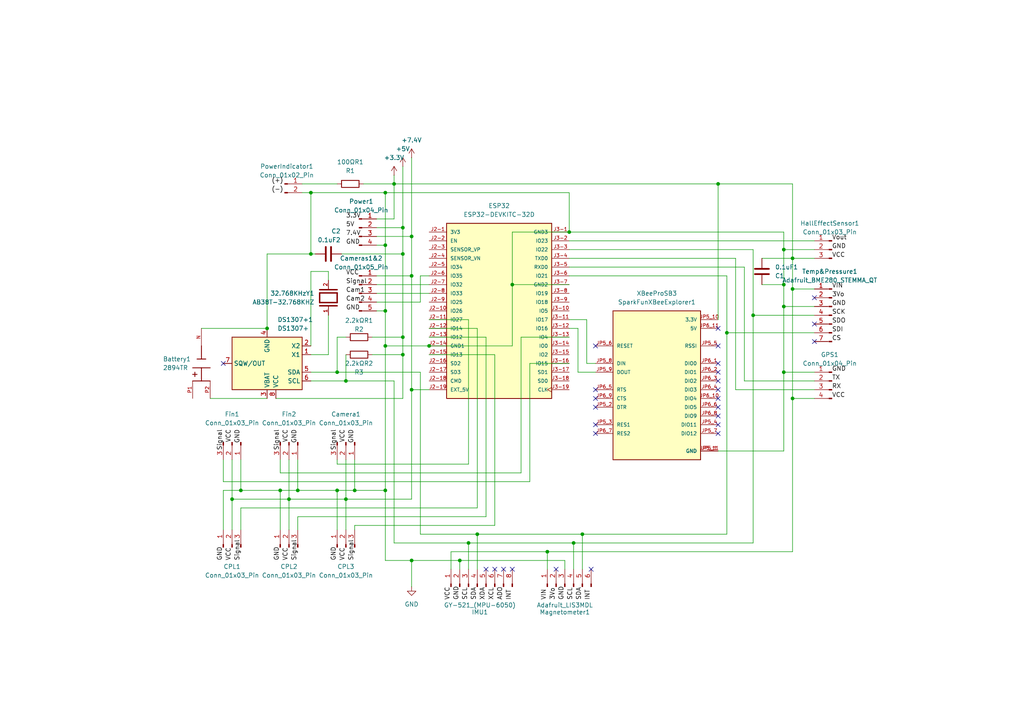
<source format=kicad_sch>
(kicad_sch (version 20231120) (generator "eeschema") (generator_version "8.0")
  (paper "A4")
  (lib_symbols
    (symbol "2894TR:2894TR" (pin_names (offset 1.016))
      (property "Reference" "BT" (at -3.81 3.81 0))
      (property "Value" "2894TR" (at -3.81 -5.08 0))
      (symbol "2894TR_0_0"
        (polyline (pts (xy -5.08 -2.54) (xy -5.08 0)) (stroke (width 0.254)))
        (polyline (pts (xy -5.08 0) (xy -5.08 2.54)) (stroke (width 0.254)))
        (polyline (pts (xy -3.81 1.905) (xy -2.54 1.905)) (stroke (width 0.254)))
        (polyline (pts (xy -3.175 2.54) (xy -3.175 1.27)) (stroke (width 0.254)))
        (polyline (pts (xy -1.27 0) (xy -5.08 0)) (stroke (width 0.254)))
        (polyline (pts (xy -1.27 0) (xy -1.27 -2.54)) (stroke (width 0.254)))
        (polyline (pts (xy -1.27 2.54) (xy -1.27 0)) (stroke (width 0.254)))
        (polyline (pts (xy 1.27 0) (xy 1.27 -1.27)) (stroke (width 0.254)))
        (polyline (pts (xy 1.27 0) (xy 5.08 0)) (stroke (width 0.254)))
        (polyline (pts (xy 1.27 1.27) (xy 1.27 0)) (stroke (width 0.254)))
        (pin passive line (at 10.16 0 180) (length 5.08) (name "~") (number "N"))
        (pin passive line (at -10.16 2.54 0) (length 5.08) (name "~") (number "P1"))
        (pin passive line (at -10.16 -2.54 0) (length 5.08) (name "~") (number "P2"))
      )
    )
    (symbol "AB38T-32.768KHZ:AB38T-32.768KHZ" (pin_names (offset 1.016))
      (property "Reference" "Y" (at -5.0878 3.8159 0))
      (property "Value" "AB38T-32.768KHZ" (at -5.0944 -5.0944 0))
      (symbol "AB38T-32.768KHZ_0_0"
        (polyline (pts (xy -2.3368 2.54) (xy -2.3368 -2.54)) (stroke (width 0.4064)))
        (polyline (pts (xy -1.397 2.54) (xy -1.397 -2.54)) (stroke (width 0.4064)))
        (polyline (pts (xy -1.397 2.54) (xy 1.397 2.54)) (stroke (width 0.4064)))
        (polyline (pts (xy 1.397 -2.54) (xy -1.397 -2.54)) (stroke (width 0.4064)))
        (polyline (pts (xy 1.397 2.54) (xy 1.397 -2.54)) (stroke (width 0.4064)))
        (polyline (pts (xy 2.3368 2.54) (xy 2.3368 -2.54)) (stroke (width 0.4064)))
        (pin passive line (at -5.08 0 0) (length 2.54) (name "~") (number "1"))
        (pin passive line (at 5.08 0 180) (length 2.54) (name "~") (number "2"))
      )
    )
    (symbol "Connector:Conn_01x02_Pin" (pin_names (offset 1.016) hide)
      (property "Reference" "J" (at 0 2.54 0))
      (property "Value" "Conn_01x02_Pin" (at 0 -5.08 0))
      (symbol "Conn_01x02_Pin_1_1"
        (polyline (pts (xy 1.27 -2.54) (xy 0.8636 -2.54)) (stroke (width 0.1524)))
        (polyline (pts (xy 1.27 0) (xy 0.8636 0)) (stroke (width 0.1524)))
        (rectangle (start 0.8636 -2.413) (end 0 -2.667) (stroke (width 0.1524)) (fill (type outline)))
        (rectangle (start 0.8636 0.127) (end 0 -0.127) (stroke (width 0.1524)) (fill (type outline)))
        (pin passive line (at 5.08 0 180) (length 3.81) (name "Pin_1") (number "1"))
        (pin passive line (at 5.08 -2.54 180) (length 3.81) (name "Pin_2") (number "2"))
      )
    )
    (symbol "Connector:Conn_01x03_Pin" (pin_names (offset 1.016) hide)
      (property "Reference" "J" (at 0 5.08 0))
      (property "Value" "Conn_01x03_Pin" (at 0 -5.08 0))
      (symbol "Conn_01x03_Pin_1_1"
        (polyline (pts (xy 1.27 -2.54) (xy 0.8636 -2.54)) (stroke (width 0.1524)))
        (polyline (pts (xy 1.27 0) (xy 0.8636 0)) (stroke (width 0.1524)))
        (polyline (pts (xy 1.27 2.54) (xy 0.8636 2.54)) (stroke (width 0.1524)))
        (rectangle (start 0.8636 -2.413) (end 0 -2.667) (stroke (width 0.1524)) (fill (type outline)))
        (rectangle (start 0.8636 0.127) (end 0 -0.127) (stroke (width 0.1524)) (fill (type outline)))
        (rectangle (start 0.8636 2.667) (end 0 2.413) (stroke (width 0.1524)) (fill (type outline)))
        (pin passive line (at 5.08 2.54 180) (length 3.81) (name "Pin_1") (number "1"))
        (pin passive line (at 5.08 0 180) (length 3.81) (name "Pin_2") (number "2"))
        (pin passive line (at 5.08 -2.54 180) (length 3.81) (name "Pin_3") (number "3"))
      )
    )
    (symbol "Connector:Conn_01x04_Pin" (pin_names (offset 1.016) hide)
      (property "Reference" "J" (at 0 5.08 0))
      (property "Value" "Conn_01x04_Pin" (at 0 -7.62 0))
      (symbol "Conn_01x04_Pin_1_1"
        (polyline (pts (xy 1.27 -5.08) (xy 0.8636 -5.08)) (stroke (width 0.1524)))
        (polyline (pts (xy 1.27 -2.54) (xy 0.8636 -2.54)) (stroke (width 0.1524)))
        (polyline (pts (xy 1.27 0) (xy 0.8636 0)) (stroke (width 0.1524)))
        (polyline (pts (xy 1.27 2.54) (xy 0.8636 2.54)) (stroke (width 0.1524)))
        (rectangle (start 0.8636 -4.953) (end 0 -5.207) (stroke (width 0.1524)) (fill (type outline)))
        (rectangle (start 0.8636 -2.413) (end 0 -2.667) (stroke (width 0.1524)) (fill (type outline)))
        (rectangle (start 0.8636 0.127) (end 0 -0.127) (stroke (width 0.1524)) (fill (type outline)))
        (rectangle (start 0.8636 2.667) (end 0 2.413) (stroke (width 0.1524)) (fill (type outline)))
        (pin passive line (at 5.08 2.54 180) (length 3.81) (name "Pin_1") (number "1"))
        (pin passive line (at 5.08 0 180) (length 3.81) (name "Pin_2") (number "2"))
        (pin passive line (at 5.08 -2.54 180) (length 3.81) (name "Pin_3") (number "3"))
        (pin passive line (at 5.08 -5.08 180) (length 3.81) (name "Pin_4") (number "4"))
      )
    )
    (symbol "Connector:Conn_01x05_Pin" (pin_names (offset 1.016) hide)
      (property "Reference" "J" (at 0 7.62 0))
      (property "Value" "Conn_01x05_Pin" (at 0 -7.62 0))
      (symbol "Conn_01x05_Pin_1_1"
        (polyline (pts (xy 1.27 -5.08) (xy 0.8636 -5.08)) (stroke (width 0.1524)))
        (polyline (pts (xy 1.27 -2.54) (xy 0.8636 -2.54)) (stroke (width 0.1524)))
        (polyline (pts (xy 1.27 0) (xy 0.8636 0)) (stroke (width 0.1524)))
        (polyline (pts (xy 1.27 2.54) (xy 0.8636 2.54)) (stroke (width 0.1524)))
        (polyline (pts (xy 1.27 5.08) (xy 0.8636 5.08)) (stroke (width 0.1524)))
        (rectangle (start 0.8636 -4.953) (end 0 -5.207) (stroke (width 0.1524)) (fill (type outline)))
        (rectangle (start 0.8636 -2.413) (end 0 -2.667) (stroke (width 0.1524)) (fill (type outline)))
        (rectangle (start 0.8636 0.127) (end 0 -0.127) (stroke (width 0.1524)) (fill (type outline)))
        (rectangle (start 0.8636 2.667) (end 0 2.413) (stroke (width 0.1524)) (fill (type outline)))
        (rectangle (start 0.8636 5.207) (end 0 4.953) (stroke (width 0.1524)) (fill (type outline)))
        (pin passive line (at 5.08 5.08 180) (length 3.81) (name "Pin_1") (number "1"))
        (pin passive line (at 5.08 2.54 180) (length 3.81) (name "Pin_2") (number "2"))
        (pin passive line (at 5.08 0 180) (length 3.81) (name "Pin_3") (number "3"))
        (pin passive line (at 5.08 -2.54 180) (length 3.81) (name "Pin_4") (number "4"))
        (pin passive line (at 5.08 -5.08 180) (length 3.81) (name "Pin_5") (number "5"))
      )
    )
    (symbol "Connector:Conn_01x06_Pin" (pin_names (offset 1.016) hide)
      (property "Reference" "J" (at 0 7.62 0))
      (property "Value" "Conn_01x06_Pin" (at 0 -10.16 0))
      (symbol "Conn_01x06_Pin_1_1"
        (polyline (pts (xy 1.27 -7.62) (xy 0.8636 -7.62)) (stroke (width 0.1524)))
        (polyline (pts (xy 1.27 -5.08) (xy 0.8636 -5.08)) (stroke (width 0.1524)))
        (polyline (pts (xy 1.27 -2.54) (xy 0.8636 -2.54)) (stroke (width 0.1524)))
        (polyline (pts (xy 1.27 0) (xy 0.8636 0)) (stroke (width 0.1524)))
        (polyline (pts (xy 1.27 2.54) (xy 0.8636 2.54)) (stroke (width 0.1524)))
        (polyline (pts (xy 1.27 5.08) (xy 0.8636 5.08)) (stroke (width 0.1524)))
        (rectangle (start 0.8636 -7.493) (end 0 -7.747) (stroke (width 0.1524)) (fill (type outline)))
        (rectangle (start 0.8636 -4.953) (end 0 -5.207) (stroke (width 0.1524)) (fill (type outline)))
        (rectangle (start 0.8636 -2.413) (end 0 -2.667) (stroke (width 0.1524)) (fill (type outline)))
        (rectangle (start 0.8636 0.127) (end 0 -0.127) (stroke (width 0.1524)) (fill (type outline)))
        (rectangle (start 0.8636 2.667) (end 0 2.413) (stroke (width 0.1524)) (fill (type outline)))
        (rectangle (start 0.8636 5.207) (end 0 4.953) (stroke (width 0.1524)) (fill (type outline)))
        (pin passive line (at 5.08 5.08 180) (length 3.81) (name "Pin_1") (number "1"))
        (pin passive line (at 5.08 2.54 180) (length 3.81) (name "Pin_2") (number "2"))
        (pin passive line (at 5.08 0 180) (length 3.81) (name "Pin_3") (number "3"))
        (pin passive line (at 5.08 -2.54 180) (length 3.81) (name "Pin_4") (number "4"))
        (pin passive line (at 5.08 -5.08 180) (length 3.81) (name "Pin_5") (number "5"))
        (pin passive line (at 5.08 -7.62 180) (length 3.81) (name "Pin_6") (number "6"))
      )
    )
    (symbol "Connector:Conn_01x07_Pin" (pin_names (offset 1.016) hide)
      (property "Reference" "J" (at 0 10.16 0))
      (property "Value" "Conn_01x07_Pin" (at 0 -10.16 0))
      (symbol "Conn_01x07_Pin_1_1"
        (polyline (pts (xy 1.27 -7.62) (xy 0.8636 -7.62)) (stroke (width 0.1524)))
        (polyline (pts (xy 1.27 -5.08) (xy 0.8636 -5.08)) (stroke (width 0.1524)))
        (polyline (pts (xy 1.27 -2.54) (xy 0.8636 -2.54)) (stroke (width 0.1524)))
        (polyline (pts (xy 1.27 0) (xy 0.8636 0)) (stroke (width 0.1524)))
        (polyline (pts (xy 1.27 2.54) (xy 0.8636 2.54)) (stroke (width 0.1524)))
        (polyline (pts (xy 1.27 5.08) (xy 0.8636 5.08)) (stroke (width 0.1524)))
        (polyline (pts (xy 1.27 7.62) (xy 0.8636 7.62)) (stroke (width 0.1524)))
        (rectangle (start 0.8636 -7.493) (end 0 -7.747) (stroke (width 0.1524)) (fill (type outline)))
        (rectangle (start 0.8636 -4.953) (end 0 -5.207) (stroke (width 0.1524)) (fill (type outline)))
        (rectangle (start 0.8636 -2.413) (end 0 -2.667) (stroke (width 0.1524)) (fill (type outline)))
        (rectangle (start 0.8636 0.127) (end 0 -0.127) (stroke (width 0.1524)) (fill (type outline)))
        (rectangle (start 0.8636 2.667) (end 0 2.413) (stroke (width 0.1524)) (fill (type outline)))
        (rectangle (start 0.8636 5.207) (end 0 4.953) (stroke (width 0.1524)) (fill (type outline)))
        (rectangle (start 0.8636 7.747) (end 0 7.493) (stroke (width 0.1524)) (fill (type outline)))
        (pin passive line (at 5.08 7.62 180) (length 3.81) (name "Pin_1") (number "1"))
        (pin passive line (at 5.08 5.08 180) (length 3.81) (name "Pin_2") (number "2"))
        (pin passive line (at 5.08 2.54 180) (length 3.81) (name "Pin_3") (number "3"))
        (pin passive line (at 5.08 0 180) (length 3.81) (name "Pin_4") (number "4"))
        (pin passive line (at 5.08 -2.54 180) (length 3.81) (name "Pin_5") (number "5"))
        (pin passive line (at 5.08 -5.08 180) (length 3.81) (name "Pin_6") (number "6"))
        (pin passive line (at 5.08 -7.62 180) (length 3.81) (name "Pin_7") (number "7"))
      )
    )
    (symbol "Connector:Conn_01x08_Pin" (pin_names (offset 1.016) hide)
      (property "Reference" "J" (at 0 10.16 0))
      (property "Value" "Conn_01x08_Pin" (at 0 -12.7 0))
      (symbol "Conn_01x08_Pin_1_1"
        (polyline (pts (xy 1.27 -10.16) (xy 0.8636 -10.16)) (stroke (width 0.1524)))
        (polyline (pts (xy 1.27 -7.62) (xy 0.8636 -7.62)) (stroke (width 0.1524)))
        (polyline (pts (xy 1.27 -5.08) (xy 0.8636 -5.08)) (stroke (width 0.1524)))
        (polyline (pts (xy 1.27 -2.54) (xy 0.8636 -2.54)) (stroke (width 0.1524)))
        (polyline (pts (xy 1.27 0) (xy 0.8636 0)) (stroke (width 0.1524)))
        (polyline (pts (xy 1.27 2.54) (xy 0.8636 2.54)) (stroke (width 0.1524)))
        (polyline (pts (xy 1.27 5.08) (xy 0.8636 5.08)) (stroke (width 0.1524)))
        (polyline (pts (xy 1.27 7.62) (xy 0.8636 7.62)) (stroke (width 0.1524)))
        (rectangle (start 0.8636 -10.033) (end 0 -10.287) (stroke (width 0.1524)) (fill (type outline)))
        (rectangle (start 0.8636 -7.493) (end 0 -7.747) (stroke (width 0.1524)) (fill (type outline)))
        (rectangle (start 0.8636 -4.953) (end 0 -5.207) (stroke (width 0.1524)) (fill (type outline)))
        (rectangle (start 0.8636 -2.413) (end 0 -2.667) (stroke (width 0.1524)) (fill (type outline)))
        (rectangle (start 0.8636 0.127) (end 0 -0.127) (stroke (width 0.1524)) (fill (type outline)))
        (rectangle (start 0.8636 2.667) (end 0 2.413) (stroke (width 0.1524)) (fill (type outline)))
        (rectangle (start 0.8636 5.207) (end 0 4.953) (stroke (width 0.1524)) (fill (type outline)))
        (rectangle (start 0.8636 7.747) (end 0 7.493) (stroke (width 0.1524)) (fill (type outline)))
        (pin passive line (at 5.08 7.62 180) (length 3.81) (name "Pin_1") (number "1"))
        (pin passive line (at 5.08 5.08 180) (length 3.81) (name "Pin_2") (number "2"))
        (pin passive line (at 5.08 2.54 180) (length 3.81) (name "Pin_3") (number "3"))
        (pin passive line (at 5.08 0 180) (length 3.81) (name "Pin_4") (number "4"))
        (pin passive line (at 5.08 -2.54 180) (length 3.81) (name "Pin_5") (number "5"))
        (pin passive line (at 5.08 -5.08 180) (length 3.81) (name "Pin_6") (number "6"))
        (pin passive line (at 5.08 -7.62 180) (length 3.81) (name "Pin_7") (number "7"))
        (pin passive line (at 5.08 -10.16 180) (length 3.81) (name "Pin_8") (number "8"))
      )
    )
    (symbol "Device:C" (pin_numbers hide) (pin_names (offset 0.254))
      (property "Reference" "C" (at 0.635 2.54 0))
      (property "Value" "C" (at 0.635 -2.54 0))
      (symbol "C_0_1"
        (polyline (pts (xy -2.032 -0.762) (xy 2.032 -0.762)) (stroke (width 0.508)))
        (polyline (pts (xy -2.032 0.762) (xy 2.032 0.762)) (stroke (width 0.508)))
      )
      (symbol "C_1_1"
        (pin passive line (at 0 3.81 270) (length 2.794) (name "~") (number "1"))
        (pin passive line (at 0 -3.81 90) (length 2.794) (name "~") (number "2"))
      )
    )
    (symbol "Device:R" (pin_numbers hide) (pin_names (offset 0))
      (property "Reference" "R" (at 2.032 0 90))
      (property "Value" "R" (at 0 0 90))
      (symbol "R_0_1"
        (rectangle (start -1.016 -2.54) (end 1.016 2.54) (stroke (width 0.254)))
      )
      (symbol "R_1_1"
        (pin passive line (at 0 3.81 270) (length 1.27) (name "~") (number "1"))
        (pin passive line (at 0 -3.81 90) (length 1.27) (name "~") (number "2"))
      )
    )
    (symbol "ESP32-DEVKITC-32D:ESP32-DEVKITC-32D" (pin_names (offset 1.016))
      (property "Reference" "U" (at -15.2572 26.0643 0))
      (property "Value" "ESP32-DEVKITC-32D" (at -15.2563 -27.9698 0))
      (symbol "ESP32-DEVKITC-32D_0_0"
        (rectangle (start -15.24 -25.4) (end 15.24 25.4) (stroke (width 0.254)) (fill (type background)))
        (pin power_in line (at -20.32 22.86 0) (length 5.08) (name "3V3") (number "J2-1"))
        (pin bidirectional line (at -20.32 0 0) (length 5.08) (name "IO26") (number "J2-10"))
        (pin bidirectional line (at -20.32 -2.54 0) (length 5.08) (name "IO27") (number "J2-11"))
        (pin bidirectional line (at -20.32 -5.08 0) (length 5.08) (name "IO14") (number "J2-12"))
        (pin bidirectional line (at -20.32 -7.62 0) (length 5.08) (name "IO12") (number "J2-13"))
        (pin power_in line (at -20.32 -10.16 0) (length 5.08) (name "GND1") (number "J2-14"))
        (pin bidirectional line (at -20.32 -12.7 0) (length 5.08) (name "IO13") (number "J2-15"))
        (pin bidirectional line (at -20.32 -15.24 0) (length 5.08) (name "SD2") (number "J2-16"))
        (pin bidirectional line (at -20.32 -17.78 0) (length 5.08) (name "SD3") (number "J2-17"))
        (pin bidirectional line (at -20.32 -20.32 0) (length 5.08) (name "CMD") (number "J2-18"))
        (pin power_in line (at -20.32 -22.86 0) (length 5.08) (name "EXT_5V") (number "J2-19"))
        (pin input line (at -20.32 20.32 0) (length 5.08) (name "EN") (number "J2-2"))
        (pin input line (at -20.32 17.78 0) (length 5.08) (name "SENSOR_VP") (number "J2-3"))
        (pin input line (at -20.32 15.24 0) (length 5.08) (name "SENSOR_VN") (number "J2-4"))
        (pin bidirectional line (at -20.32 12.7 0) (length 5.08) (name "IO34") (number "J2-5"))
        (pin bidirectional line (at -20.32 10.16 0) (length 5.08) (name "IO35") (number "J2-6"))
        (pin bidirectional line (at -20.32 7.62 0) (length 5.08) (name "IO32") (number "J2-7"))
        (pin bidirectional line (at -20.32 5.08 0) (length 5.08) (name "IO33") (number "J2-8"))
        (pin bidirectional line (at -20.32 2.54 0) (length 5.08) (name "IO25") (number "J2-9"))
        (pin power_in line (at 20.32 22.86 180) (length 5.08) (name "GND3") (number "J3-1"))
        (pin bidirectional line (at 20.32 0 180) (length 5.08) (name "IO5") (number "J3-10"))
        (pin bidirectional line (at 20.32 -2.54 180) (length 5.08) (name "IO17") (number "J3-11"))
        (pin bidirectional line (at 20.32 -5.08 180) (length 5.08) (name "IO16") (number "J3-12"))
        (pin bidirectional line (at 20.32 -7.62 180) (length 5.08) (name "IO4") (number "J3-13"))
        (pin bidirectional line (at 20.32 -10.16 180) (length 5.08) (name "IO0") (number "J3-14"))
        (pin bidirectional line (at 20.32 -12.7 180) (length 5.08) (name "IO2") (number "J3-15"))
        (pin bidirectional line (at 20.32 -15.24 180) (length 5.08) (name "IO15") (number "J3-16"))
        (pin bidirectional line (at 20.32 -17.78 180) (length 5.08) (name "SD1") (number "J3-17"))
        (pin bidirectional line (at 20.32 -20.32 180) (length 5.08) (name "SD0") (number "J3-18"))
        (pin input clock (at 20.32 -22.86 180) (length 5.08) (name "CLK") (number "J3-19"))
        (pin bidirectional line (at 20.32 20.32 180) (length 5.08) (name "IO23") (number "J3-2"))
        (pin bidirectional line (at 20.32 17.78 180) (length 5.08) (name "IO22") (number "J3-3"))
        (pin output line (at 20.32 15.24 180) (length 5.08) (name "TXD0") (number "J3-4"))
        (pin input line (at 20.32 12.7 180) (length 5.08) (name "RXD0") (number "J3-5"))
        (pin bidirectional line (at 20.32 10.16 180) (length 5.08) (name "IO21") (number "J3-6"))
        (pin power_in line (at 20.32 7.62 180) (length 5.08) (name "GND2") (number "J3-7"))
        (pin bidirectional line (at 20.32 5.08 180) (length 5.08) (name "IO19") (number "J3-8"))
        (pin bidirectional line (at 20.32 2.54 180) (length 5.08) (name "IO18") (number "J3-9"))
      )
    )
    (symbol "Timer_RTC:DS1307+"
      (property "Reference" "U" (at -8.89 8.89 0))
      (property "Value" "DS1307+" (at 1.27 8.89 0))
      (symbol "DS1307+_0_1"
        (rectangle (start -10.16 7.62) (end 10.16 -7.62) (stroke (width 0.254)) (fill (type background)))
      )
      (symbol "DS1307+_1_1"
        (pin input line (at -12.7 -2.54 0) (length 2.54) (name "X1") (number "1"))
        (pin input line (at -12.7 -5.08 0) (length 2.54) (name "X2") (number "2"))
        (pin power_in line (at 0 10.16 270) (length 2.54) (name "VBAT") (number "3"))
        (pin power_in line (at 0 -10.16 90) (length 2.54) (name "GND") (number "4"))
        (pin bidirectional line (at -12.7 2.54 0) (length 2.54) (name "SDA") (number "5"))
        (pin input line (at -12.7 5.08 0) (length 2.54) (name "SCL") (number "6"))
        (pin open_collector line (at 12.7 0 180) (length 2.54) (name "SQW/OUT") (number "7"))
        (pin power_in line (at -2.54 10.16 270) (length 2.54) (name "VCC") (number "8"))
      )
    )
    (symbol "WRL-11812:WRL-11812" (pin_names (offset 1.016))
      (property "Reference" "U" (at -12.7 20.955 0))
      (property "Value" "WRL-11812" (at -12.7 -25.4 0))
      (symbol "WRL-11812_0_0"
        (rectangle (start -12.7 -22.86) (end 12.7 20.32) (stroke (width 0.254)) (fill (type background)))
        (pin power_in line (at 17.78 -20.32 180) (length 5.08) (name "GND") (number "JP5_1"))
        (pin power_in line (at 17.78 17.78 180) (length 5.08) (name "3.3V") (number "JP5_10"))
        (pin power_in line (at 17.78 -20.32 180) (length 5.08) (name "GND") (number "JP5_11"))
        (pin bidirectional line (at -17.78 -7.62 0) (length 5.08) (name "DTR") (number "JP5_2"))
        (pin bidirectional line (at -17.78 -12.7 0) (length 5.08) (name "RES1") (number "JP5_3"))
        (pin bidirectional line (at 17.78 -12.7 180) (length 5.08) (name "DIO11") (number "JP5_4"))
        (pin output line (at 17.78 10.16 180) (length 5.08) (name "RSSI") (number "JP5_5"))
        (pin input line (at -17.78 10.16 0) (length 5.08) (name "RESET") (number "JP5_6"))
        (pin bidirectional line (at 17.78 -15.24 180) (length 5.08) (name "DIO12") (number "JP5_7"))
        (pin input line (at -17.78 5.08 0) (length 5.08) (name "DIN") (number "JP5_8"))
        (pin output line (at -17.78 2.54 0) (length 5.08) (name "DOUT") (number "JP5_9"))
        (pin bidirectional line (at 17.78 5.08 180) (length 5.08) (name "DIO0") (number "JP6_1"))
        (pin bidirectional line (at 17.78 -5.08 180) (length 5.08) (name "DIO4") (number "JP6_10"))
        (pin power_in line (at 17.78 15.24 180) (length 5.08) (name "5V") (number "JP6_11"))
        (pin bidirectional line (at 17.78 2.54 180) (length 5.08) (name "DIO1") (number "JP6_2"))
        (pin bidirectional line (at 17.78 0 180) (length 5.08) (name "DIO2") (number "JP6_3"))
        (pin bidirectional line (at 17.78 -2.54 180) (length 5.08) (name "DIO3") (number "JP6_4"))
        (pin input line (at -17.78 -2.54 0) (length 5.08) (name "RTS") (number "JP6_5"))
        (pin bidirectional line (at 17.78 -7.62 180) (length 5.08) (name "DIO5") (number "JP6_6"))
        (pin bidirectional line (at -17.78 -15.24 0) (length 5.08) (name "RES2") (number "JP6_7"))
        (pin bidirectional line (at 17.78 -10.16 180) (length 5.08) (name "DIO9") (number "JP6_8"))
        (pin output line (at -17.78 -5.08 0) (length 5.08) (name "CTS") (number "JP6_9"))
      )
    )
    (symbol "power:+3.3V" (power) (pin_numbers hide) (pin_names (offset 0) hide)
      (property "Value" "+3.3V" (at 0 3.556 0))
      (symbol "+3.3V_0_1"
        (polyline (pts (xy -0.762 1.27) (xy 0 2.54)))
        (polyline (pts (xy 0 0) (xy 0 2.54)))
        (polyline (pts (xy 0 2.54) (xy 0.762 1.27)))
      )
      (symbol "+3.3V_1_1"
        (pin power_in line (at 0 0 90) (length 0) (name "~") (number "1"))
      )
    )
    (symbol "power:+5V" (power) (pin_numbers hide) (pin_names (offset 0) hide)
      (property "Value" "+5V" (at 0 3.556 0))
      (symbol "+5V_0_1"
        (polyline (pts (xy -0.762 1.27) (xy 0 2.54)))
        (polyline (pts (xy 0 0) (xy 0 2.54)))
        (polyline (pts (xy 0 2.54) (xy 0.762 1.27)))
      )
      (symbol "+5V_1_1"
        (pin power_in line (at 0 0 90) (length 0) (name "~") (number "1"))
      )
    )
    (symbol "power:GND" (power) (pin_numbers hide) (pin_names (offset 0) hide)
      (property "Value" "GND" (at 0 -3.81 0))
      (symbol "GND_0_1"
        (polyline (pts (xy 0 0) (xy 0 -1.27) (xy 1.27 -1.27) (xy 0 -2.54) (xy -1.27 -1.27) (xy 0 -1.27)))
      )
      (symbol "GND_1_1"
        (pin power_in line (at 0 0 270) (length 0) (name "~") (number "1"))
      )
    )
  )
  (junction (at 165.1 67.31))
  (junction (at 111.76 71.12))
  (junction (at 83.82 144.78))
  (junction (at 119.38 113.03))
  (junction (at 158.75 160.02))
  (junction (at 77.47 95.25))
  (junction (at 119.38 68.58))
  (junction (at 138.43 154.94))
  (junction (at 119.38 162.56))
  (junction (at 111.76 142.24))
  (junction (at 111.76 100.33))
  (junction (at 218.44 91.44))
  (junction (at 227.33 88.9))
  (junction (at 97.79 142.24))
  (junction (at 229.87 83.82))
  (junction (at 229.87 115.57))
  (junction (at 168.91 154.94))
  (junction (at 208.28 53.34))
  (junction (at 114.3 53.34))
  (junction (at 111.76 55.88))
  (junction (at 69.85 142.24))
  (junction (at 100.33 110.49))
  (junction (at 124.46 100.33))
  (junction (at 119.38 80.01))
  (junction (at 90.17 73.66))
  (junction (at 166.37 157.48))
  (junction (at 67.31 144.78))
  (junction (at 100.33 144.78))
  (junction (at 135.89 157.48))
  (junction (at 229.87 74.93))
  (junction (at 116.84 102.87))
  (junction (at 90.17 55.88))
  (junction (at 97.79 107.95))
  (junction (at 111.76 90.17))
  (junction (at 148.59 82.55))
  (junction (at 102.87 142.24))
  (junction (at 227.33 72.39))
  (junction (at 81.28 142.24))
  (junction (at 227.33 107.95))
  (junction (at 133.35 162.56))
  (junction (at 210.82 96.52))
  (junction (at 116.84 66.04))
  (junction (at 116.84 97.79))
  (junction (at 116.84 73.66))
  (junction (at 227.33 82.55))
  (junction (at 86.36 142.24))
  (no_connect (at 143.51 165.1))
  (no_connect (at 208.28 115.57))
  (no_connect (at 161.29 165.1))
  (no_connect (at 208.28 100.33))
  (no_connect (at 172.72 115.57))
  (no_connect (at 208.28 105.41))
  (no_connect (at 208.28 95.25))
  (no_connect (at 148.59 165.1))
  (no_connect (at 208.28 113.03))
  (no_connect (at 208.28 110.49))
  (no_connect (at 172.72 125.73))
  (no_connect (at 172.72 123.19))
  (no_connect (at 236.22 86.36))
  (no_connect (at 208.28 107.95))
  (no_connect (at 208.28 123.19))
  (no_connect (at 172.72 100.33))
  (no_connect (at 64.77 105.41))
  (no_connect (at 236.22 99.06))
  (no_connect (at 140.97 165.1))
  (no_connect (at 172.72 113.03))
  (no_connect (at 208.28 125.73))
  (no_connect (at 172.72 118.11))
  (no_connect (at 208.28 118.11))
  (no_connect (at 208.28 120.65))
  (no_connect (at 236.22 93.98))
  (no_connect (at 171.45 165.1))
  (no_connect (at 146.05 165.1))
  (wire (pts (xy 97.79 97.79) (xy 97.79 107.95)))
  (wire (pts (xy 227.33 67.31) (xy 227.33 72.39)))
  (wire (pts (xy 95.25 102.87) (xy 95.25 91.44)))
  (wire (pts (xy 100.33 97.79) (xy 97.79 97.79)))
  (wire (pts (xy 116.84 48.26) (xy 116.84 66.04)))
  (wire (pts (xy 135.89 92.71) (xy 124.46 92.71)))
  (wire (pts (xy 213.36 113.03) (xy 213.36 74.93)))
  (wire (pts (xy 229.87 74.93) (xy 229.87 83.82)))
  (wire (pts (xy 111.76 100.33) (xy 124.46 100.33)))
  (wire (pts (xy 90.17 73.66) (xy 91.44 73.66)))
  (wire (pts (xy 83.82 144.78) (xy 100.33 144.78)))
  (wire (pts (xy 119.38 162.56) (xy 119.38 170.18)))
  (wire (pts (xy 121.92 80.01) (xy 124.46 80.01)))
  (wire (pts (xy 67.31 133.35) (xy 67.31 144.78)))
  (wire (pts (xy 165.1 80.01) (xy 210.82 80.01)))
  (wire (pts (xy 90.17 78.74) (xy 95.25 78.74)))
  (wire (pts (xy 114.3 53.34) (xy 208.28 53.34)))
  (wire (pts (xy 109.22 68.58) (xy 119.38 68.58)))
  (wire (pts (xy 213.36 74.93) (xy 165.1 74.93)))
  (wire (pts (xy 172.72 107.95) (xy 167.64 107.95)))
  (wire (pts (xy 83.82 153.67) (xy 83.82 144.78)))
  (wire (pts (xy 119.38 162.56) (xy 133.35 162.56)))
  (wire (pts (xy 158.75 160.02) (xy 158.75 165.1)))
  (wire (pts (xy 90.17 107.95) (xy 97.79 107.95)))
  (wire (pts (xy 229.87 83.82) (xy 229.87 115.57)))
  (wire (pts (xy 69.85 133.35) (xy 69.85 142.24)))
  (wire (pts (xy 69.85 142.24) (xy 81.28 142.24)))
  (wire (pts (xy 167.64 107.95) (xy 167.64 95.25)))
  (wire (pts (xy 107.95 97.79) (xy 116.84 97.79)))
  (wire (pts (xy 151.13 97.79) (xy 151.13 137.16)))
  (wire (pts (xy 135.89 92.71) (xy 135.89 134.62)))
  (wire (pts (xy 114.3 110.49) (xy 114.3 157.48)))
  (wire (pts (xy 109.22 71.12) (xy 111.76 71.12)))
  (wire (pts (xy 100.33 153.67) (xy 100.33 144.78)))
  (wire (pts (xy 87.63 53.34) (xy 97.79 53.34)))
  (wire (pts (xy 165.1 69.85) (xy 236.22 69.85)))
  (wire (pts (xy 77.47 73.66) (xy 90.17 73.66)))
  (wire (pts (xy 102.87 153.67) (xy 102.87 152.4)))
  (wire (pts (xy 109.22 63.5) (xy 114.3 63.5)))
  (wire (pts (xy 116.84 73.66) (xy 116.84 97.79)))
  (wire (pts (xy 111.76 90.17) (xy 111.76 100.33)))
  (wire (pts (xy 138.43 95.25) (xy 124.46 95.25)))
  (wire (pts (xy 218.44 157.48) (xy 218.44 91.44)))
  (wire (pts (xy 100.33 102.87) (xy 100.33 110.49)))
  (wire (pts (xy 236.22 110.49) (xy 215.9 110.49)))
  (wire (pts (xy 143.51 102.87) (xy 124.46 102.87)))
  (wire (pts (xy 116.84 102.87) (xy 116.84 97.79)))
  (wire (pts (xy 148.59 82.55) (xy 148.59 67.31)))
  (wire (pts (xy 165.1 95.25) (xy 167.64 95.25)))
  (wire (pts (xy 87.63 55.88) (xy 90.17 55.88)))
  (wire (pts (xy 86.36 153.67) (xy 86.36 149.86)))
  (wire (pts (xy 81.28 142.24) (xy 86.36 142.24)))
  (wire (pts (xy 102.87 133.35) (xy 102.87 142.24)))
  (wire (pts (xy 83.82 133.35) (xy 83.82 144.78)))
  (wire (pts (xy 140.97 97.79) (xy 140.97 149.86)))
  (wire (pts (xy 210.82 96.52) (xy 210.82 80.01)))
  (wire (pts (xy 218.44 91.44) (xy 218.44 72.39)))
  (wire (pts (xy 81.28 137.16) (xy 151.13 137.16)))
  (wire (pts (xy 97.79 107.95) (xy 121.92 107.95)))
  (wire (pts (xy 143.51 102.87) (xy 143.51 152.4)))
  (wire (pts (xy 69.85 147.32) (xy 138.43 147.32)))
  (wire (pts (xy 227.33 72.39) (xy 227.33 82.55)))
  (wire (pts (xy 121.92 154.94) (xy 138.43 154.94)))
  (wire (pts (xy 153.67 105.41) (xy 153.67 139.7)))
  (wire (pts (xy 86.36 149.86) (xy 140.97 149.86)))
  (wire (pts (xy 210.82 154.94) (xy 210.82 96.52)))
  (wire (pts (xy 236.22 96.52) (xy 210.82 96.52)))
  (wire (pts (xy 140.97 97.79) (xy 124.46 97.79)))
  (wire (pts (xy 227.33 88.9) (xy 227.33 107.95)))
  (wire (pts (xy 116.84 66.04) (xy 116.84 73.66)))
  (wire (pts (xy 119.38 113.03) (xy 119.38 144.78)))
  (wire (pts (xy 166.37 157.48) (xy 218.44 157.48)))
  (wire (pts (xy 170.18 92.71) (xy 165.1 92.71)))
  (wire (pts (xy 165.1 55.88) (xy 165.1 67.31)))
  (wire (pts (xy 86.36 133.35) (xy 86.36 142.24)))
  (wire (pts (xy 97.79 142.24) (xy 97.79 153.67)))
  (wire (pts (xy 215.9 77.47) (xy 165.1 77.47)))
  (wire (pts (xy 100.33 110.49) (xy 114.3 110.49)))
  (wire (pts (xy 90.17 55.88) (xy 90.17 73.66)))
  (wire (pts (xy 97.79 142.24) (xy 102.87 142.24)))
  (wire (pts (xy 229.87 115.57) (xy 236.22 115.57)))
  (wire (pts (xy 163.83 165.1) (xy 163.83 162.56)))
  (wire (pts (xy 111.76 142.24) (xy 111.76 162.56)))
  (wire (pts (xy 229.87 160.02) (xy 229.87 115.57)))
  (wire (pts (xy 148.59 82.55) (xy 148.59 100.33)))
  (wire (pts (xy 158.75 160.02) (xy 229.87 160.02)))
  (wire (pts (xy 64.77 142.24) (xy 69.85 142.24)))
  (wire (pts (xy 100.33 144.78) (xy 119.38 144.78)))
  (wire (pts (xy 95.25 78.74) (xy 95.25 81.28)))
  (wire (pts (xy 220.98 82.55) (xy 227.33 82.55)))
  (wire (pts (xy 227.33 72.39) (xy 236.22 72.39)))
  (wire (pts (xy 153.67 105.41) (xy 165.1 105.41)))
  (wire (pts (xy 109.22 85.09) (xy 124.46 85.09)))
  (wire (pts (xy 90.17 100.33) (xy 90.17 78.74)))
  (wire (pts (xy 90.17 55.88) (xy 111.76 55.88)))
  (wire (pts (xy 102.87 152.4) (xy 143.51 152.4)))
  (wire (pts (xy 119.38 113.03) (xy 124.46 113.03)))
  (wire (pts (xy 208.28 130.81) (xy 227.33 130.81)))
  (wire (pts (xy 80.01 115.57) (xy 116.84 115.57)))
  (wire (pts (xy 124.46 100.33) (xy 148.59 100.33)))
  (wire (pts (xy 133.35 162.56) (xy 163.83 162.56)))
  (wire (pts (xy 111.76 55.88) (xy 165.1 55.88)))
  (wire (pts (xy 97.79 134.62) (xy 135.89 134.62)))
  (wire (pts (xy 77.47 73.66) (xy 77.47 95.25)))
  (wire (pts (xy 227.33 130.81) (xy 227.33 107.95)))
  (wire (pts (xy 109.22 87.63) (xy 121.92 87.63)))
  (wire (pts (xy 116.84 115.57) (xy 116.84 102.87)))
  (wire (pts (xy 119.38 68.58) (xy 119.38 80.01)))
  (wire (pts (xy 165.1 72.39) (xy 218.44 72.39)))
  (wire (pts (xy 111.76 71.12) (xy 111.76 90.17)))
  (wire (pts (xy 133.35 162.56) (xy 133.35 165.1)))
  (wire (pts (xy 130.81 160.02) (xy 130.81 165.1)))
  (wire (pts (xy 236.22 91.44) (xy 218.44 91.44)))
  (wire (pts (xy 102.87 142.24) (xy 111.76 142.24)))
  (wire (pts (xy 220.98 74.93) (xy 229.87 74.93)))
  (wire (pts (xy 227.33 82.55) (xy 227.33 88.9)))
  (wire (pts (xy 135.89 157.48) (xy 166.37 157.48)))
  (wire (pts (xy 64.77 133.35) (xy 64.77 139.7)))
  (wire (pts (xy 119.38 80.01) (xy 119.38 113.03)))
  (wire (pts (xy 168.91 154.94) (xy 210.82 154.94)))
  (wire (pts (xy 69.85 153.67) (xy 69.85 147.32)))
  (wire (pts (xy 130.81 160.02) (xy 158.75 160.02)))
  (wire (pts (xy 107.95 102.87) (xy 116.84 102.87)))
  (wire (pts (xy 64.77 153.67) (xy 64.77 142.24)))
  (wire (pts (xy 121.92 107.95) (xy 121.92 154.94)))
  (wire (pts (xy 165.1 67.31) (xy 227.33 67.31)))
  (wire (pts (xy 215.9 110.49) (xy 215.9 77.47)))
  (wire (pts (xy 148.59 67.31) (xy 165.1 67.31)))
  (wire (pts (xy 114.3 63.5) (xy 114.3 53.34)))
  (wire (pts (xy 151.13 97.79) (xy 165.1 97.79)))
  (wire (pts (xy 64.77 139.7) (xy 153.67 139.7)))
  (wire (pts (xy 138.43 95.25) (xy 138.43 147.32)))
  (wire (pts (xy 227.33 107.95) (xy 236.22 107.95)))
  (wire (pts (xy 121.92 87.63) (xy 121.92 80.01)))
  (wire (pts (xy 111.76 100.33) (xy 111.76 142.24)))
  (wire (pts (xy 58.42 95.25) (xy 77.47 95.25)))
  (wire (pts (xy 135.89 157.48) (xy 135.89 165.1)))
  (wire (pts (xy 97.79 133.35) (xy 97.79 134.62)))
  (wire (pts (xy 208.28 92.71) (xy 208.28 53.34)))
  (wire (pts (xy 111.76 55.88) (xy 111.76 71.12)))
  (wire (pts (xy 138.43 154.94) (xy 168.91 154.94)))
  (wire (pts (xy 67.31 144.78) (xy 83.82 144.78)))
  (wire (pts (xy 90.17 110.49) (xy 100.33 110.49)))
  (wire (pts (xy 166.37 165.1) (xy 166.37 157.48)))
  (wire (pts (xy 114.3 50.8) (xy 114.3 53.34)))
  (wire (pts (xy 60.96 115.57) (xy 77.47 115.57)))
  (wire (pts (xy 172.72 105.41) (xy 170.18 105.41)))
  (wire (pts (xy 100.33 133.35) (xy 100.33 144.78)))
  (wire (pts (xy 109.22 82.55) (xy 124.46 82.55)))
  (wire (pts (xy 138.43 154.94) (xy 138.43 165.1)))
  (wire (pts (xy 236.22 113.03) (xy 213.36 113.03)))
  (wire (pts (xy 114.3 157.48) (xy 135.89 157.48)))
  (wire (pts (xy 81.28 133.35) (xy 81.28 137.16)))
  (wire (pts (xy 168.91 165.1) (xy 168.91 154.94)))
  (wire (pts (xy 105.41 53.34) (xy 114.3 53.34)))
  (wire (pts (xy 86.36 142.24) (xy 97.79 142.24)))
  (wire (pts (xy 227.33 88.9) (xy 236.22 88.9)))
  (wire (pts (xy 208.28 53.34) (xy 229.87 53.34)))
  (wire (pts (xy 229.87 53.34) (xy 229.87 74.93)))
  (wire (pts (xy 90.17 102.87) (xy 95.25 102.87)))
  (wire (pts (xy 148.59 82.55) (xy 165.1 82.55)))
  (wire (pts (xy 81.28 142.24) (xy 81.28 153.67)))
  (wire (pts (xy 229.87 83.82) (xy 236.22 83.82)))
  (wire (pts (xy 109.22 80.01) (xy 119.38 80.01)))
  (wire (pts (xy 67.31 153.67) (xy 67.31 144.78)))
  (wire (pts (xy 119.38 45.72) (xy 119.38 68.58)))
  (wire (pts (xy 99.06 73.66) (xy 116.84 73.66)))
  (wire (pts (xy 111.76 162.56) (xy 119.38 162.56)))
  (wire (pts (xy 109.22 66.04) (xy 116.84 66.04)))
  (wire (pts (xy 229.87 74.93) (xy 236.22 74.93)))
  (wire (pts (xy 170.18 105.41) (xy 170.18 92.71)))
  (wire (pts (xy 109.22 90.17) (xy 111.76 90.17)))
  (label "GND" (at 163.83 173.99 90))
  (label "Cam2" (at 100.33 87.63 0))
  (label "GND" (at 64.77 162.56 90))
  (label "GND" (at 86.36 124.46 270))
  (label "(+)" (at 78.74 53.34 0))
  (label "GND" (at 133.35 173.99 90))
  (label "XCL" (at 143.51 173.99 90))
  (label "GND" (at 100.33 90.17 0))
  (label "TX" (at 241.3 110.49 0))
  (label "(-)" (at 78.74 55.88 0))
  (label "Signal" (at 100.33 82.55 0))
  (label "VIN" (at 241.3 83.82 0))
  (label "SDI" (at 241.3 96.52 0))
  (label "SDA" (at 138.43 173.99 90))
  (label "3Vo" (at 161.29 173.99 90))
  (label "GND" (at 100.33 71.12 0))
  (label "3.3V" (at 100.33 63.5 0))
  (label "XDA" (at 140.97 173.99 90))
  (label "Signal" (at 102.87 162.56 90))
  (label "VCC" (at 83.82 124.46 270))
  (label "INT" (at 148.59 173.99 90))
  (label "VCC" (at 100.33 124.46 270))
  (label "VCC" (at 100.33 162.56 90))
  (label "7.4V" (at 100.33 68.58 0))
  (label "Signal" (at 64.77 124.46 270))
  (label "VCC" (at 241.3 74.93 0))
  (label "CS" (at 241.3 99.06 0))
  (label "INT" (at 171.45 173.99 90))
  (label "SCL" (at 135.89 173.99 90))
  (label "GND" (at 241.3 88.9 0))
  (label "VCC" (at 241.3 115.57 0))
  (label "SDA" (at 168.91 173.99 90))
  (label "VCC" (at 67.31 162.56 90))
  (label "ADO" (at 146.05 173.99 90))
  (label "Vout" (at 241.3 69.85 0))
  (label "GND" (at 241.3 107.95 0))
  (label "VCC" (at 67.31 124.46 270))
  (label "VCC" (at 130.81 173.99 90))
  (label "Signal" (at 81.28 124.46 270))
  (label "GND" (at 97.79 162.56 90))
  (label "SCK" (at 241.3 91.44 0))
  (label "SDO" (at 241.3 93.98 0))
  (label "3Vo" (at 241.3 86.36 0))
  (label "VIN" (at 158.75 173.99 90))
  (label "Signal" (at 69.85 162.56 90))
  (label "Signal" (at 97.79 124.46 270))
  (label "RX" (at 241.3 113.03 0))
  (label "GND" (at 241.3 72.39 0))
  (label "VCC" (at 83.82 162.56 90))
  (label "GND" (at 81.28 162.56 90))
  (label "Cam1" (at 100.33 85.09 0))
  (label "Signal" (at 86.36 162.56 90))
  (label "5V" (at 100.33 66.04 0))
  (label "SCL" (at 166.37 173.99 90))
  (label "GND" (at 69.85 124.46 270))
  (label "VCC" (at 100.33 80.01 0))
  (label "GND" (at 102.87 124.46 270))
  (symbol (lib_id "Device:R") (at 104.14 97.79 270) (unit 1)
    (property "Reference" "2.2kΩR1" (at 104.14 92.964 90))
    (property "Value" "R2" (at 104.14 95.504 90))
    (property "Footprint" "Resistor_THT:R_Axial_DIN0207_L6.3mm_D2.5mm_P7.62mm_Horizontal" (effects (hide yes)))
    (property "Description" "Resistor" (effects (hide yes)))
  )
  (symbol (lib_id "Connector:Conn_01x03_Pin") (at 100.33 158.75 90) (unit 1)
    (property "Reference" "CPL3" (at 100.33 164.338 90))
    (property "Value" "Conn_01x03_Pin" (at 100.33 166.878 90))
    (property "Footprint" "Connector_JST:JST_PH_B3B-PH-K_1x03_P2.00mm_Vertical" (effects (hide yes)))
    (property "Description" "Generic connector, single row, 01x03, script generated" (effects (hide yes)))
  )
  (symbol (lib_id "Device:R") (at 104.14 102.87 270) (unit 1)
    (property "Reference" "2.2kΩR2" (at 104.14 105.41 90))
    (property "Value" "R3" (at 104.14 107.95 90))
    (property "Footprint" "Resistor_THT:R_Axial_DIN0207_L6.3mm_D2.5mm_P7.62mm_Horizontal" (effects (hide yes)))
    (property "Description" "Resistor" (effects (hide yes)))
  )
  (symbol (lib_id "Connector:Conn_01x04_Pin") (at 241.3 110.49 0) (mirror y) (unit 1)
    (property "Reference" "GPS1" (at 240.665 102.87 0))
    (property "Value" "Conn_01x04_Pin" (at 240.665 105.41 0))
    (property "Footprint" "Connector_JST:JST_PH_B4B-PH-K_1x04_P2.00mm_Vertical" (effects (hide yes)))
    (property "Description" "Generic connector, single row, 01x04, script generated" (effects (hide yes)))
  )
  (symbol (lib_id "Connector:Conn_01x05_Pin") (at 104.14 85.09 0) (unit 1)
    (property "Reference" "Cameras1&2" (at 104.775 74.93 0))
    (property "Value" "Conn_01x05_Pin" (at 104.775 77.47 0))
    (property "Footprint" "Connector_JST:JST_PH_B5B-PH-K_1x05_P2.00mm_Vertical" (effects (hide yes)))
    (property "Description" "Generic connector, single row, 01x05, script generated" (effects (hide yes)))
  )
  (symbol (lib_id "power:+3.3V") (at 114.3 50.8 0) (unit 1)
    (property "Reference" "#PWR02" (effects (hide yes)))
    (property "Value" "+3.3V" (at 114.3 45.72 0))
    (property "Description" "Power symbol creates a global label with name \"+3.3V\"" (effects (hide yes)))
  )
  (symbol (lib_id "Connector:Conn_01x03_Pin") (at 100.33 128.27 270) (unit 1)
    (property "Reference" "Camera1" (at 100.33 120.142 90))
    (property "Value" "Conn_01x03_Pin" (at 100.33 122.682 90))
    (property "Footprint" "Connector_JST:JST_PH_B3B-PH-K_1x03_P2.00mm_Vertical" (effects (hide yes)))
    (property "Description" "Generic connector, single row, 01x03, script generated" (effects (hide yes)))
  )
  (symbol (lib_id "Device:R") (at 101.6 53.34 90) (unit 1)
    (property "Reference" "100ΩR1" (at 101.6 46.99 90))
    (property "Value" "R1" (at 101.6 49.53 90))
    (property "Footprint" "Resistor_THT:R_Axial_DIN0207_L6.3mm_D2.5mm_P7.62mm_Horizontal" (effects (hide yes)))
    (property "Description" "Resistor" (effects (hide yes)))
  )
  (symbol (lib_id "Connector:Conn_01x06_Pin") (at 163.83 170.18 90) (unit 1)
    (property "Reference" "Magnetometer1" (at 163.83 177.546 90))
    (property "Value" "Adafruit_LIS3MDL" (at 163.83 175.514 90))
    (property "Footprint" "Custom_Footprints:Adafruit_LIS3MDL" (effects (hide yes)))
    (property "Description" "Generic connector, single row, 01x06, script generated" (effects (hide yes)))
  )
  (symbol (lib_id "Connector:Conn_01x03_Pin") (at 67.31 158.75 90) (unit 1)
    (property "Reference" "CPL1" (at 67.31 164.338 90))
    (property "Value" "Conn_01x03_Pin" (at 67.31 166.878 90))
    (property "Footprint" "Connector_JST:JST_PH_B3B-PH-K_1x03_P2.00mm_Vertical" (effects (hide yes)))
    (property "Description" "Generic connector, single row, 01x03, script generated" (effects (hide yes)))
  )
  (symbol (lib_id "power:+3.3V") (at 119.38 45.72 0) (unit 1)
    (property "Reference" "#PWR03" (effects (hide yes)))
    (property "Value" "+7.4V" (at 119.38 40.64 0))
    (property "Description" "Power symbol creates a global label with name \"+3.3V\"" (effects (hide yes)))
  )
  (symbol (lib_id "power:GND") (at 119.38 170.18 0) (unit 1)
    (property "Reference" "#PWR01" (effects (hide yes)))
    (property "Value" "GND" (at 119.38 175.26 0))
    (property "Description" "Power symbol creates a global label with name \"GND\" , ground" (effects (hide yes)))
  )
  (symbol (lib_id "Connector:Conn_01x02_Pin") (at 82.55 53.34 0) (unit 1)
    (property "Reference" "PowerIndicator1" (at 83.185 48.26 0))
    (property "Value" "Conn_01x02_Pin" (at 83.185 50.8 0))
    (property "Footprint" "Connector_JST:JST_PH_B2B-PH-K_1x02_P2.00mm_Vertical" (effects (hide yes)))
    (property "Description" "Generic connector, single row, 01x02, script generated" (effects (hide yes)))
  )
  (symbol (lib_id "Connector:Conn_01x03_Pin") (at 241.3 72.39 0) (mirror y) (unit 1)
    (property "Reference" "HallEffectSensor1" (at 240.665 64.77 0))
    (property "Value" "Conn_01x03_Pin" (at 240.665 67.31 0))
    (property "Footprint" "Connector_JST:JST_PH_B3B-PH-K_1x03_P2.00mm_Vertical" (effects (hide yes)))
    (property "Description" "Generic connector, single row, 01x03, script generated" (effects (hide yes)))
  )
  (symbol (lib_id "Connector:Conn_01x08_Pin") (at 138.43 170.18 90) (unit 1)
    (property "Reference" "IMU1" (at 139.192 177.546 90))
    (property "Value" "GY-521_(MPU-6050)" (at 139.192 175.514 90))
    (property "Footprint" "Custom_Footprints:GY-521_(MPU-6050)" (effects (hide yes)))
    (property "Description" "Generic connector, single row, 01x08, script generated" (effects (hide yes)))
  )
  (symbol (lib_id "Device:C") (at 220.98 78.74 0) (unit 1)
    (property "Reference" "0.1uF1" (at 224.79 77.4699 0) (effects (justify left)))
    (property "Value" "C1" (at 224.79 80.0099 0) (effects (justify left)))
    (property "Footprint" "Capacitor_SMD:C_0805_2012Metric_Pad1.18x1.45mm_HandSolder" (effects (hide yes)))
    (property "Description" "Unpolarized capacitor" (effects (hide yes)))
  )
  (symbol (lib_id "Device:C") (at 95.25 73.66 90) (unit 1)
    (property "Reference" "0.1uF2" (at 98.806 69.596 90) (effects (justify left)))
    (property "Value" "C2" (at 98.806 67.056 90) (effects (justify left)))
    (property "Footprint" "Capacitor_SMD:C_0805_2012Metric_Pad1.18x1.45mm_HandSolder" (effects (hide yes)))
    (property "Description" "Unpolarized capacitor" (effects (hide yes)))
  )
  (symbol (lib_id "2894TR:2894TR") (at 58.42 105.41 90) (unit 1)
    (property "Reference" "Battery1" (at 47.244 104.14 90) (effects (justify right)))
    (property "Value" "2894TR" (at 47.244 106.68 90) (effects (justify right)))
    (property "Footprint" "DigiKey:BAT_2894TR" (effects (hide yes)))
    (property "PARTREV" "B" (effects (hide yes)))
    (property "STANDARD" "Manufacturer Recommendations" (effects (hide yes)))
    (property "SNAPEDA_PN" "2894" (effects (hide yes)))
    (property "MAXIMUM_PACKAGE_HEIGHT" "2.42mm" (effects (hide yes)))
    (property "MANUFACTURER" "Keystone Electronics" (effects (hide yes)))
  )
  (symbol (lib_id "AB38T-32.768KHZ:AB38T-32.768KHZ") (at 95.25 86.36 90) (unit 1)
    (property "Reference" "32.768KHzY1" (at 91.186 85.09 90) (effects (justify left)))
    (property "Value" "AB38T-32.768KHZ" (at 91.186 87.63 90) (effects (justify left)))
    (property "Footprint" "DigiKey:XTAL_AB38T-32.768KHZ" (effects (hide yes)))
    (property "MF" "Abracon" (effects (hide yes)))
    (property "MAXIMUM_PACKAGE_HEIGHT" "3.2 mm" (effects (hide yes)))
    (property "Package" "Cylindrical Can Radial  Abracon" (effects (hide yes)))
    (property "Price" "None" (effects (hide yes)))
    (property "Check_prices" "https://www.snapeda.com/parts/AB38T-32.768KHZ/Abracon/view-part/?ref=eda" (effects (hide yes)))
    (property "STANDARD" "IPC-7351B" (effects (hide yes)))
    (property "SnapEDA_Link" "https://www.snapeda.com/parts/AB38T-32.768KHZ/Abracon/view-part/?ref=snap" (effects (hide yes)))
    (property "MP" "AB38T-32.768KHZ" (effects (hide yes)))
    (property "Description_1" "\n                        \n                            LOW FREQUENCY CYLINDRICAL WATCH CRYSTAL\n                        \n" (effects (hide yes)))
    (property "MANUFACTURER" "Abracon" (effects (hide yes)))
    (property "Availability" "In Stock" (effects (hide yes)))
    (property "SNAPEDA_PN" "AB38T-32.768KHZ" (effects (hide yes)))
  )
  (symbol (lib_id "Connector:Conn_01x03_Pin") (at 83.82 158.75 90) (unit 1)
    (property "Reference" "CPL2" (at 83.82 164.338 90))
    (property "Value" "Conn_01x03_Pin" (at 83.82 166.878 90))
    (property "Footprint" "Connector_JST:JST_PH_B3B-PH-K_1x03_P2.00mm_Vertical" (effects (hide yes)))
    (property "Description" "Generic connector, single row, 01x03, script generated" (effects (hide yes)))
  )
  (symbol (lib_id "Connector:Conn_01x03_Pin") (at 83.82 128.27 270) (unit 1)
    (property "Reference" "Fin2" (at 83.82 120.142 90))
    (property "Value" "Conn_01x03_Pin" (at 83.82 122.682 90))
    (property "Footprint" "Connector_JST:JST_PH_B3B-PH-K_1x03_P2.00mm_Vertical" (effects (hide yes)))
    (property "Description" "Generic connector, single row, 01x03, script generated" (effects (hide yes)))
  )
  (symbol (lib_id "Connector:Conn_01x07_Pin") (at 241.3 91.44 0) (mirror y) (unit 1)
    (property "Reference" "Temp&Pressure1" (at 240.665 78.74 0))
    (property "Value" "Adafruit_BME280_STEMMA_QT" (at 240.665 81.28 0))
    (property "Footprint" "Custom_Footprints:Adafruit_BME280_STEMMA_QT" (effects (hide yes)))
    (property "Description" "Generic connector, single row, 01x07, script generated" (effects (hide yes)))
  )
  (symbol (lib_id "Timer_RTC:DS1307+") (at 77.47 105.41 180) (unit 1)
    (property "Reference" "DS1307+1" (at 80.4865 92.71 0) (effects (justify right)))
    (property "Value" "DS1307+" (at 80.4865 95.25 0) (effects (justify right)))
    (property "Footprint" "Package_DIP:DIP-8_W7.62mm" (effects (hide yes)))
    (property "Datasheet" "https://datasheets.maximintegrated.com/en/ds/DS1307.pdf" (effects (hide yes)))
    (property "Description" "64 x 8, Serial, I2C Real-time clock, 4.5V to 5.5V VCC, 0°C to +70°C, DIP-8" (effects (hide yes)))
  )
  (symbol (lib_id "Connector:Conn_01x04_Pin") (at 104.14 66.04 0) (unit 1)
    (property "Reference" "Power1" (at 104.775 58.42 0))
    (property "Value" "Conn_01x04_Pin" (at 104.775 60.96 0))
    (property "Footprint" "Connector_JST:JST_PH_B4B-PH-K_1x04_P2.00mm_Vertical" (effects (hide yes)))
    (property "Description" "Generic connector, single row, 01x04, script generated" (effects (hide yes)))
  )
  (symbol (lib_id "Connector:Conn_01x03_Pin") (at 67.31 128.27 270) (unit 1)
    (property "Reference" "Fin1" (at 67.31 120.142 90))
    (property "Value" "Conn_01x03_Pin" (at 67.31 122.682 90))
    (property "Footprint" "Connector_JST:JST_PH_B3B-PH-K_1x03_P2.00mm_Vertical" (effects (hide yes)))
    (property "Description" "Generic connector, single row, 01x03, script generated" (effects (hide yes)))
  )
  (symbol (lib_id "ESP32-DEVKITC-32D:ESP32-DEVKITC-32D") (at 144.78 90.17 0) (unit 1)
    (property "Reference" "ESP32" (at 144.78 59.69 0))
    (property "Value" "ESP32-DEVKITC-32D" (at 144.78 62.23 0))
    (property "Footprint" "Custom_Footprints:ESP32-WROOM-32D_Dev_Board" (effects (hide yes)))
    (property "MF" "Espressif Systems" (effects (hide yes)))
    (property "MAXIMUM_PACKAGE_HEIGHT" "N/A" (effects (hide yes)))
    (property "Package" "None" (effects (hide yes)))
    (property "Price" "None" (effects (hide yes)))
    (property "Check_prices" "https://www.snapeda.com/parts/ESP32-DEVKITC-32D/Espressif+Systems/view-part/?ref=eda" (effects (hide yes)))
    (property "STANDARD" "Manufacturer Recommendations" (effects (hide yes)))
    (property "PARTREV" "V4" (effects (hide yes)))
    (property "SnapEDA_Link" "https://www.snapeda.com/parts/ESP32-DEVKITC-32D/Espressif+Systems/view-part/?ref=snap" (effects (hide yes)))
    (property "MP" "ESP32-DEVKITC-32D" (effects (hide yes)))
    (property "Description_1" "\n                        \n                            WiFi Development Tools (802.11) ESP32 General Development Kit, ESP32-WROOM-32D on the board\n                        \n" (effects (hide yes)))
    (property "MANUFACTURER" "Espressif Systems" (effects (hide yes)))
    (property "Availability" "In Stock" (effects (hide yes)))
    (property "SNAPEDA_PN" "ESP32-DEVKITC-32D" (effects (hide yes)))
  )
  (symbol (lib_id "WRL-11812:WRL-11812") (at 190.5 110.49 0) (unit 1)
    (property "Reference" "XBeeProSB3" (at 190.5 85.09 0))
    (property "Value" "SparkFunXBeeExplorer1" (at 190.5 87.63 0))
    (property "Footprint" "WRL-11812:MODULE_WRL-11812" (effects (hide yes)))
    (property "MF" "SparkFun Electronics" (effects (hide yes)))
    (property "MAXIMUM_PACKAGE_HEIGHT" "N/A" (effects (hide yes)))
    (property "Package" "None" (effects (hide yes)))
    (property "Price" "None" (effects (hide yes)))
    (property "Check_prices" "https://www.snapeda.com/parts/WRL-11812/SparkFun/view-part/?ref=eda" (effects (hide yes)))
    (property "STANDARD" "Manufacturer Recommendations" (effects (hide yes)))
    (property "PARTREV" "v21" (effects (hide yes)))
    (property "SnapEDA_Link" "https://www.snapeda.com/parts/WRL-11812/SparkFun/view-part/?ref=snap" (effects (hide yes)))
    (property "MP" "WRL-11812" (effects (hide yes)))
    (property "Description_1" "\n                        \n                            XBee® Modules series Transceiver Evaluation Board\n                        \n" (effects (hide yes)))
    (property "Availability" "In Stock" (effects (hide yes)))
    (property "MANUFACTURER" "SparkFun Electronics" (effects (hide yes)))
  )
  (symbol (lib_id "power:+5V") (at 116.84 48.26 0) (unit 1)
    (property "Reference" "#PWR04" (effects (hide yes)))
    (property "Value" "+5V" (at 116.84 43.18 0))
    (property "Description" "Power symbol creates a global label with name \"+5V\"" (effects (hide yes)))
  )
)
</source>
